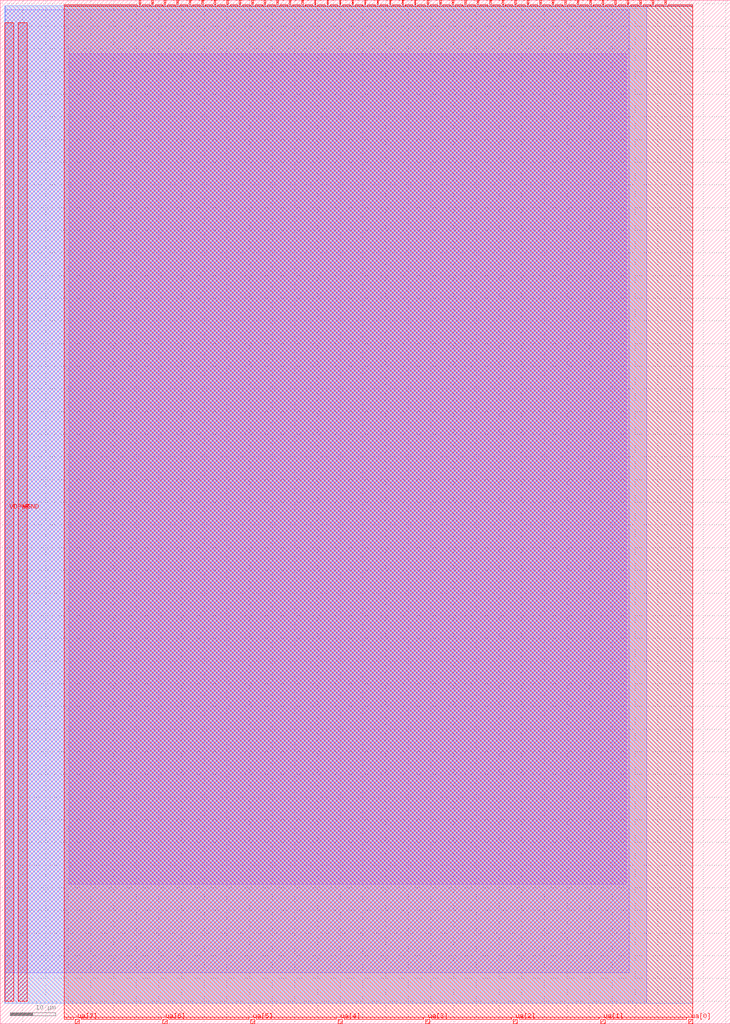
<source format=lef>
VERSION 5.7 ;
  NOWIREEXTENSIONATPIN ON ;
  DIVIDERCHAR "/" ;
  BUSBITCHARS "[]" ;
MACRO tt_um_hugodiasg_temp-sensor_clock-divider
  CLASS BLOCK ;
  FOREIGN tt_um_hugodiasg_temp-sensor_clock-divider ;
  ORIGIN 0.000 0.000 ;
  SIZE 161.000 BY 225.760 ;
  PIN clk
    DIRECTION INPUT ;
    USE SIGNAL ;
    ANTENNAGATEAREA 0.285000 ;
    PORT
      LAYER met4 ;
        RECT 143.830 224.760 144.130 225.760 ;
    END
  END clk
  PIN ena
    DIRECTION INPUT ;
    USE SIGNAL ;
    PORT
      LAYER met4 ;
        RECT 146.590 224.760 146.890 225.760 ;
    END
  END ena
  PIN rst_n
    DIRECTION INPUT ;
    USE SIGNAL ;
    ANTENNAGATEAREA 0.196500 ;
    PORT
      LAYER met4 ;
        RECT 141.070 224.760 141.370 225.760 ;
    END
  END rst_n
  PIN ua[0]
    DIRECTION INOUT ;
    USE SIGNAL ;
    PORT
      LAYER met4 ;
        RECT 151.810 0.000 152.710 1.000 ;
    END
  END ua[0]
  PIN ua[1]
    DIRECTION INOUT ;
    USE SIGNAL ;
    ANTENNAGATEAREA 30.224998 ;
    ANTENNADIFFAREA 18.850000 ;
    PORT
      LAYER met4 ;
        RECT 132.490 0.000 133.390 1.000 ;
    END
  END ua[1]
  PIN ua[2]
    DIRECTION INOUT ;
    USE SIGNAL ;
    ANTENNAGATEAREA 3.000000 ;
    ANTENNADIFFAREA 0.580000 ;
    PORT
      LAYER met4 ;
        RECT 113.170 0.000 114.070 1.000 ;
    END
  END ua[2]
  PIN ua[3]
    DIRECTION INOUT ;
    USE SIGNAL ;
    ANTENNAGATEAREA 0.225000 ;
    PORT
      LAYER met4 ;
        RECT 93.850 0.000 94.750 1.000 ;
    END
  END ua[3]
  PIN ua[4]
    DIRECTION INOUT ;
    USE SIGNAL ;
    ANTENNAGATEAREA 4.000000 ;
    ANTENNADIFFAREA 12.156000 ;
    PORT
      LAYER met4 ;
        RECT 74.530 0.000 75.430 1.000 ;
    END
  END ua[4]
  PIN ua[5]
    DIRECTION INOUT ;
    USE SIGNAL ;
    ANTENNAGATEAREA 36.000000 ;
    ANTENNADIFFAREA 5.220000 ;
    PORT
      LAYER met4 ;
        RECT 55.210 0.000 56.110 1.000 ;
    END
  END ua[5]
  PIN ua[6]
    DIRECTION INOUT ;
    USE SIGNAL ;
    PORT
      LAYER met4 ;
        RECT 35.890 0.000 36.790 1.000 ;
    END
  END ua[6]
  PIN ua[7]
    DIRECTION INOUT ;
    USE SIGNAL ;
    PORT
      LAYER met4 ;
        RECT 16.570 0.000 17.470 1.000 ;
    END
  END ua[7]
  PIN ui_in[0]
    DIRECTION INPUT ;
    USE SIGNAL ;
    ANTENNAGATEAREA 0.196500 ;
    PORT
      LAYER met4 ;
        RECT 138.310 224.760 138.610 225.760 ;
    END
  END ui_in[0]
  PIN ui_in[1]
    DIRECTION INPUT ;
    USE SIGNAL ;
    ANTENNAGATEAREA 0.213000 ;
    PORT
      LAYER met4 ;
        RECT 135.550 224.760 135.850 225.760 ;
    END
  END ui_in[1]
  PIN ui_in[2]
    DIRECTION INPUT ;
    USE SIGNAL ;
    ANTENNAGATEAREA 0.213000 ;
    PORT
      LAYER met4 ;
        RECT 132.790 224.760 133.090 225.760 ;
    END
  END ui_in[2]
  PIN ui_in[3]
    DIRECTION INPUT ;
    USE SIGNAL ;
    ANTENNAGATEAREA 0.426000 ;
    PORT
      LAYER met4 ;
        RECT 130.030 224.760 130.330 225.760 ;
    END
  END ui_in[3]
  PIN ui_in[4]
    DIRECTION INPUT ;
    USE SIGNAL ;
    ANTENNAGATEAREA 0.247500 ;
    PORT
      LAYER met4 ;
        RECT 127.270 224.760 127.570 225.760 ;
    END
  END ui_in[4]
  PIN ui_in[5]
    DIRECTION INPUT ;
    USE SIGNAL ;
    ANTENNAGATEAREA 0.196500 ;
    PORT
      LAYER met4 ;
        RECT 124.510 224.760 124.810 225.760 ;
    END
  END ui_in[5]
  PIN ui_in[6]
    DIRECTION INPUT ;
    USE SIGNAL ;
    ANTENNAGATEAREA 0.247500 ;
    PORT
      LAYER met4 ;
        RECT 121.750 224.760 122.050 225.760 ;
    END
  END ui_in[6]
  PIN ui_in[7]
    DIRECTION INPUT ;
    USE SIGNAL ;
    ANTENNAGATEAREA 0.247500 ;
    PORT
      LAYER met4 ;
        RECT 118.990 224.760 119.290 225.760 ;
    END
  END ui_in[7]
  PIN uio_in[0]
    DIRECTION INPUT ;
    USE SIGNAL ;
    PORT
      LAYER met4 ;
        RECT 116.230 224.760 116.530 225.760 ;
    END
  END uio_in[0]
  PIN uio_in[1]
    DIRECTION INPUT ;
    USE SIGNAL ;
    PORT
      LAYER met4 ;
        RECT 113.470 224.760 113.770 225.760 ;
    END
  END uio_in[1]
  PIN uio_in[2]
    DIRECTION INPUT ;
    USE SIGNAL ;
    PORT
      LAYER met4 ;
        RECT 110.710 224.760 111.010 225.760 ;
    END
  END uio_in[2]
  PIN uio_in[3]
    DIRECTION INPUT ;
    USE SIGNAL ;
    PORT
      LAYER met4 ;
        RECT 107.950 224.760 108.250 225.760 ;
    END
  END uio_in[3]
  PIN uio_in[4]
    DIRECTION INPUT ;
    USE SIGNAL ;
    PORT
      LAYER met4 ;
        RECT 105.190 224.760 105.490 225.760 ;
    END
  END uio_in[4]
  PIN uio_in[5]
    DIRECTION INPUT ;
    USE SIGNAL ;
    PORT
      LAYER met4 ;
        RECT 102.430 224.760 102.730 225.760 ;
    END
  END uio_in[5]
  PIN uio_in[6]
    DIRECTION INPUT ;
    USE SIGNAL ;
    PORT
      LAYER met4 ;
        RECT 99.670 224.760 99.970 225.760 ;
    END
  END uio_in[6]
  PIN uio_in[7]
    DIRECTION INPUT ;
    USE SIGNAL ;
    PORT
      LAYER met4 ;
        RECT 96.910 224.760 97.210 225.760 ;
    END
  END uio_in[7]
  PIN uio_oe[0]
    DIRECTION OUTPUT TRISTATE ;
    USE SIGNAL ;
    PORT
      LAYER met4 ;
        RECT 49.990 224.760 50.290 225.760 ;
    END
  END uio_oe[0]
  PIN uio_oe[1]
    DIRECTION OUTPUT TRISTATE ;
    USE SIGNAL ;
    PORT
      LAYER met4 ;
        RECT 47.230 224.760 47.530 225.760 ;
    END
  END uio_oe[1]
  PIN uio_oe[2]
    DIRECTION OUTPUT TRISTATE ;
    USE SIGNAL ;
    PORT
      LAYER met4 ;
        RECT 44.470 224.760 44.770 225.760 ;
    END
  END uio_oe[2]
  PIN uio_oe[3]
    DIRECTION OUTPUT TRISTATE ;
    USE SIGNAL ;
    PORT
      LAYER met4 ;
        RECT 41.710 224.760 42.010 225.760 ;
    END
  END uio_oe[3]
  PIN uio_oe[4]
    DIRECTION OUTPUT TRISTATE ;
    USE SIGNAL ;
    PORT
      LAYER met4 ;
        RECT 38.950 224.760 39.250 225.760 ;
    END
  END uio_oe[4]
  PIN uio_oe[5]
    DIRECTION OUTPUT TRISTATE ;
    USE SIGNAL ;
    PORT
      LAYER met4 ;
        RECT 36.190 224.760 36.490 225.760 ;
    END
  END uio_oe[5]
  PIN uio_oe[6]
    DIRECTION OUTPUT TRISTATE ;
    USE SIGNAL ;
    PORT
      LAYER met4 ;
        RECT 33.430 224.760 33.730 225.760 ;
    END
  END uio_oe[6]
  PIN uio_oe[7]
    DIRECTION OUTPUT TRISTATE ;
    USE SIGNAL ;
    PORT
      LAYER met4 ;
        RECT 30.670 224.760 30.970 225.760 ;
    END
  END uio_oe[7]
  PIN uio_out[0]
    DIRECTION OUTPUT TRISTATE ;
    USE SIGNAL ;
    PORT
      LAYER met4 ;
        RECT 72.070 224.760 72.370 225.760 ;
    END
  END uio_out[0]
  PIN uio_out[1]
    DIRECTION OUTPUT TRISTATE ;
    USE SIGNAL ;
    PORT
      LAYER met4 ;
        RECT 69.310 224.760 69.610 225.760 ;
    END
  END uio_out[1]
  PIN uio_out[2]
    DIRECTION OUTPUT TRISTATE ;
    USE SIGNAL ;
    PORT
      LAYER met4 ;
        RECT 66.550 224.760 66.850 225.760 ;
    END
  END uio_out[2]
  PIN uio_out[3]
    DIRECTION OUTPUT TRISTATE ;
    USE SIGNAL ;
    PORT
      LAYER met4 ;
        RECT 63.790 224.760 64.090 225.760 ;
    END
  END uio_out[3]
  PIN uio_out[4]
    DIRECTION OUTPUT TRISTATE ;
    USE SIGNAL ;
    PORT
      LAYER met4 ;
        RECT 61.030 224.760 61.330 225.760 ;
    END
  END uio_out[4]
  PIN uio_out[5]
    DIRECTION OUTPUT TRISTATE ;
    USE SIGNAL ;
    PORT
      LAYER met4 ;
        RECT 58.270 224.760 58.570 225.760 ;
    END
  END uio_out[5]
  PIN uio_out[6]
    DIRECTION OUTPUT TRISTATE ;
    USE SIGNAL ;
    PORT
      LAYER met4 ;
        RECT 55.510 224.760 55.810 225.760 ;
    END
  END uio_out[6]
  PIN uio_out[7]
    DIRECTION OUTPUT TRISTATE ;
    USE SIGNAL ;
    PORT
      LAYER met4 ;
        RECT 52.750 224.760 53.050 225.760 ;
    END
  END uio_out[7]
  PIN uo_out[0]
    DIRECTION OUTPUT TRISTATE ;
    USE SIGNAL ;
    ANTENNADIFFAREA 0.795200 ;
    PORT
      LAYER met4 ;
        RECT 94.150 224.760 94.450 225.760 ;
    END
  END uo_out[0]
  PIN uo_out[1]
    DIRECTION OUTPUT TRISTATE ;
    USE SIGNAL ;
    PORT
      LAYER met4 ;
        RECT 91.390 224.760 91.690 225.760 ;
    END
  END uo_out[1]
  PIN uo_out[2]
    DIRECTION OUTPUT TRISTATE ;
    USE SIGNAL ;
    PORT
      LAYER met4 ;
        RECT 88.630 224.760 88.930 225.760 ;
    END
  END uo_out[2]
  PIN uo_out[3]
    DIRECTION OUTPUT TRISTATE ;
    USE SIGNAL ;
    PORT
      LAYER met4 ;
        RECT 85.870 224.760 86.170 225.760 ;
    END
  END uo_out[3]
  PIN uo_out[4]
    DIRECTION OUTPUT TRISTATE ;
    USE SIGNAL ;
    PORT
      LAYER met4 ;
        RECT 83.110 224.760 83.410 225.760 ;
    END
  END uo_out[4]
  PIN uo_out[5]
    DIRECTION OUTPUT TRISTATE ;
    USE SIGNAL ;
    PORT
      LAYER met4 ;
        RECT 80.350 224.760 80.650 225.760 ;
    END
  END uo_out[5]
  PIN uo_out[6]
    DIRECTION OUTPUT TRISTATE ;
    USE SIGNAL ;
    PORT
      LAYER met4 ;
        RECT 77.590 224.760 77.890 225.760 ;
    END
  END uo_out[6]
  PIN uo_out[7]
    DIRECTION OUTPUT TRISTATE ;
    USE SIGNAL ;
    ANTENNADIFFAREA 0.429000 ;
    PORT
      LAYER met4 ;
        RECT 74.830 224.760 75.130 225.760 ;
    END
  END uo_out[7]
  PIN VDPWR
    DIRECTION INOUT ;
    USE POWER ;
    PORT
      LAYER met4 ;
        RECT 1.000 5.000 3.000 220.760 ;
    END
  END VDPWR
  PIN VGND
    DIRECTION INOUT ;
    USE GROUND ;
    PORT
      LAYER met4 ;
        RECT 4.000 5.000 6.000 220.760 ;
    END
  END VGND
  OBS
      LAYER li1 ;
        RECT 15.215 30.715 138.020 213.945 ;
      LAYER met1 ;
        RECT 1.000 11.200 138.670 223.600 ;
      LAYER met2 ;
        RECT 1.100 4.550 142.545 224.520 ;
      LAYER met3 ;
        RECT 1.000 4.575 152.730 224.495 ;
      LAYER met4 ;
        RECT 14.095 224.360 30.270 224.760 ;
        RECT 31.370 224.360 33.030 224.760 ;
        RECT 34.130 224.360 35.790 224.760 ;
        RECT 36.890 224.360 38.550 224.760 ;
        RECT 39.650 224.360 41.310 224.760 ;
        RECT 42.410 224.360 44.070 224.760 ;
        RECT 45.170 224.360 46.830 224.760 ;
        RECT 47.930 224.360 49.590 224.760 ;
        RECT 50.690 224.360 52.350 224.760 ;
        RECT 53.450 224.360 55.110 224.760 ;
        RECT 56.210 224.360 57.870 224.760 ;
        RECT 58.970 224.360 60.630 224.760 ;
        RECT 61.730 224.360 63.390 224.760 ;
        RECT 64.490 224.360 66.150 224.760 ;
        RECT 67.250 224.360 68.910 224.760 ;
        RECT 70.010 224.360 71.670 224.760 ;
        RECT 72.770 224.360 74.430 224.760 ;
        RECT 75.530 224.360 77.190 224.760 ;
        RECT 78.290 224.360 79.950 224.760 ;
        RECT 81.050 224.360 82.710 224.760 ;
        RECT 83.810 224.360 85.470 224.760 ;
        RECT 86.570 224.360 88.230 224.760 ;
        RECT 89.330 224.360 90.990 224.760 ;
        RECT 92.090 224.360 93.750 224.760 ;
        RECT 94.850 224.360 96.510 224.760 ;
        RECT 97.610 224.360 99.270 224.760 ;
        RECT 100.370 224.360 102.030 224.760 ;
        RECT 103.130 224.360 104.790 224.760 ;
        RECT 105.890 224.360 107.550 224.760 ;
        RECT 108.650 224.360 110.310 224.760 ;
        RECT 111.410 224.360 113.070 224.760 ;
        RECT 114.170 224.360 115.830 224.760 ;
        RECT 116.930 224.360 118.590 224.760 ;
        RECT 119.690 224.360 121.350 224.760 ;
        RECT 122.450 224.360 124.110 224.760 ;
        RECT 125.210 224.360 126.870 224.760 ;
        RECT 127.970 224.360 129.630 224.760 ;
        RECT 130.730 224.360 132.390 224.760 ;
        RECT 133.490 224.360 135.150 224.760 ;
        RECT 136.250 224.360 137.910 224.760 ;
        RECT 139.010 224.360 140.670 224.760 ;
        RECT 141.770 224.360 143.430 224.760 ;
        RECT 144.530 224.360 146.190 224.760 ;
        RECT 147.290 224.360 152.710 224.760 ;
        RECT 14.095 1.400 152.710 224.360 ;
        RECT 14.095 1.000 16.170 1.400 ;
        RECT 17.870 1.000 35.490 1.400 ;
        RECT 37.190 1.000 54.810 1.400 ;
        RECT 56.510 1.000 74.130 1.400 ;
        RECT 75.830 1.000 93.450 1.400 ;
        RECT 95.150 1.000 112.770 1.400 ;
        RECT 114.470 1.000 132.090 1.400 ;
        RECT 133.790 1.000 151.410 1.400 ;
  END
END tt_um_hugodiasg_temp-sensor_clock-divider
END LIBRARY


</source>
